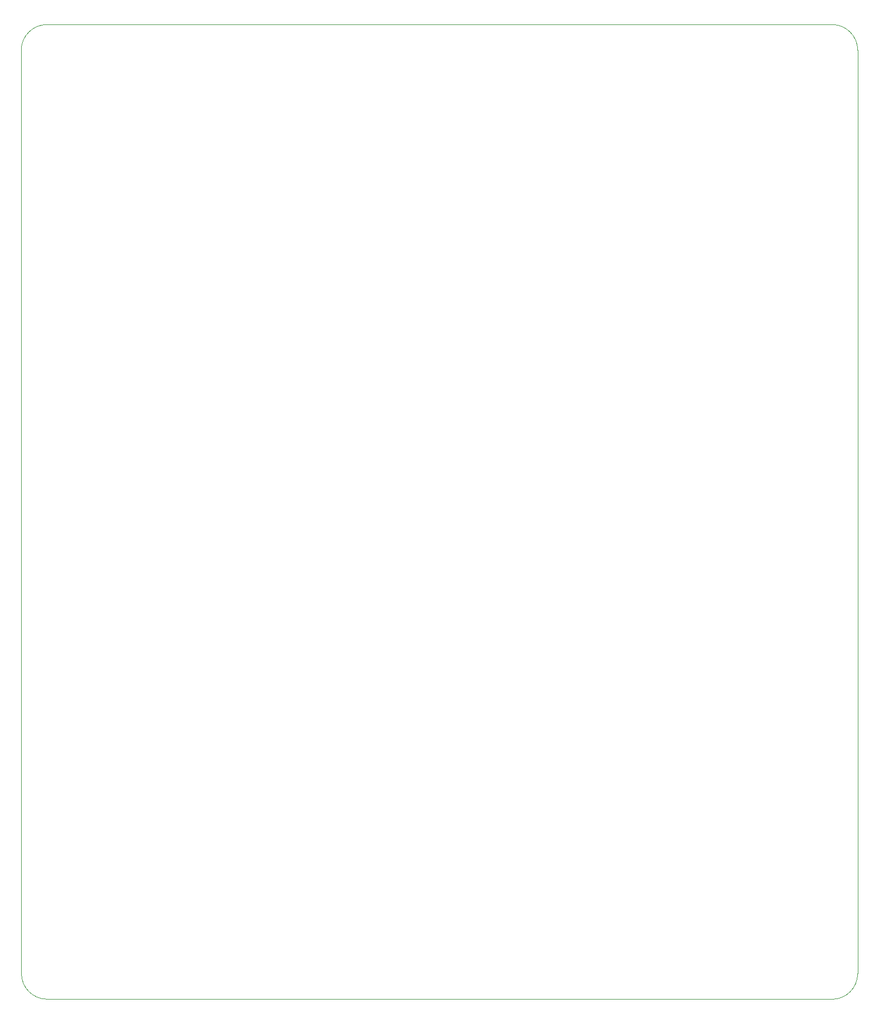
<source format=gm1>
G04 #@! TF.GenerationSoftware,KiCad,Pcbnew,7.0.6-0*
G04 #@! TF.CreationDate,2023-08-16T18:08:33-03:00*
G04 #@! TF.ProjectId,macunaima_rev2.2,6d616375-6e61-4696-9d61-5f726576322e,rev?*
G04 #@! TF.SameCoordinates,Original*
G04 #@! TF.FileFunction,Profile,NP*
%FSLAX46Y46*%
G04 Gerber Fmt 4.6, Leading zero omitted, Abs format (unit mm)*
G04 Created by KiCad (PCBNEW 7.0.6-0) date 2023-08-16 18:08:33*
%MOMM*%
%LPD*%
G01*
G04 APERTURE LIST*
G04 #@! TA.AperFunction,Profile*
%ADD10C,0.100000*%
G04 #@! TD*
G04 APERTURE END LIST*
D10*
X34001Y-147959146D02*
G75*
G03*
X4034000Y-151959146I3999999J-1D01*
G01*
X4006000Y12000D02*
G75*
G03*
X6000Y-3988000I0J-4000000D01*
G01*
X126523573Y-151980573D02*
G75*
G03*
X130523573Y-147980573I0J4000000D01*
G01*
X130523573Y-147980573D02*
X130523573Y-3980573D01*
X6000Y-3988000D02*
X34001Y-147959146D01*
X4034000Y-151959146D02*
X25203573Y-151967573D01*
X126523573Y19427D02*
X20523573Y19427D01*
X20523573Y19427D02*
X4006000Y12000D01*
X130523573Y-3980573D02*
G75*
G03*
X126523573Y19427I-4000000J0D01*
G01*
X20523573Y-151980573D02*
X126523573Y-151980573D01*
M02*

</source>
